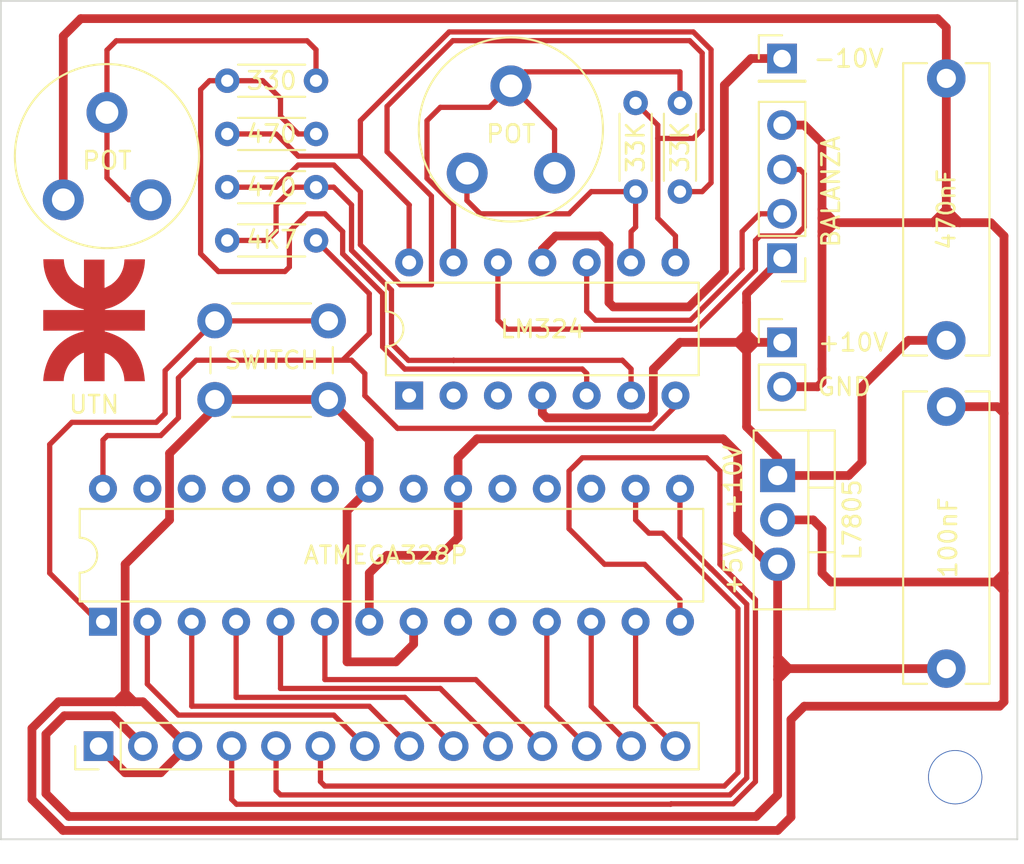
<source format=kicad_pcb>
(kicad_pcb (version 20211014) (generator pcbnew)
  (layers (0 "F.Cu" signal) (31 "B.Cu" signal) (34 "B.Paste" user) (35 "F.Paste" user) (36 "B.SilkS" user "B.Silkscreen") (37 "F.SilkS" user "F.Silkscreen") (38 "B.Mask" user) (39 "F.Mask" user) (44 "Edge.Cuts" user))
  (net 0 "")
  (net 1 "Earth")
  (net 2 "/Data+")
  (net 3 "/Data-")
  (net 4 "+10V")
  (net 5 "Net-(R1-Pad1)")
  (net 6 "Net-(R1-Pad2)")
  (net 7 "Net-(R3-Pad1)")
  (net 8 "Net-(R4-Pad1)")
  (net 9 "Net-(R5-Pad1)")
  (net 10 "/ADC")
  (net 11 "/RESET")
  (net 12 "/PD0")
  (net 13 "/PD1 ")
  (net 14 "/PD2 ")
  (net 15 "/PD3 ")
  (net 16 "/PD4 ")
  (net 17 "+5V")
  (net 20 "/PD5 ")
  (net 21 "/PD6 ")
  (net 22 "/PD7 ")
  (net 23 "/PB0 RS")
  (net 24 "/PB1 RW")
  (net 25 "/PB2 E")
  (net 35 "Net-(U1-Pad13)")
  (net 36 "/Vcc_-10V")
  (net 37 "Net-(R7-Pad1)")
  (footprint "Button_Switch_THT:SW_PUSH_6mm" (layer "F.Cu") (at 121.464 102.144)
    (fp_text reference "SWITCH")
    (fp_text value "SW_Push_Dual_x2")
  )
  (footprint "Resistor_THT:R_Axial_DIN0204_L3.6mm_D1.6mm_P5.08mm_Horizontal" (layer "F.Cu") (at 145.542 94.742 90)
    (fp_text reference "33K")
    (fp_text value "33K")
  )
  (footprint "Connector_PinHeader_2.54mm:PinHeader_1x04_P2.54mm_Vertical" (layer "F.Cu") (at 153.924 98.552 180)
    (fp_text reference "BALANZA")
    (fp_text value "Conn_01x04_Male" hide)
  )
  (footprint "Connector_PinHeader_2.54mm:PinHeader_1x02_P2.54mm_Vertical" (layer "F.Cu") (at 153.924 103.373)
    (fp_text reference "+10V")
    (fp_text value "Conn_01x02_Male")
  )
  (footprint "Graphics:PCB_Logo" (layer "F.Cu") (at 114.554 102.108 180)
    (fp_text reference "G***" hide)
    (fp_text value "LOGO" hide)
  )
  (footprint "Connector_PinHeader_2.54mm:PinHeader_1x01_P2.54mm_Vertical" (layer "F.Cu") (at 153.924 87.122)
    (fp_text reference "-10V")
    (fp_text value "Conn_01x01_Male")
  )
  (footprint "Resistor_THT:R_Axial_DIN0204_L3.6mm_D1.6mm_P5.08mm_Horizontal" (layer "F.Cu") (at 127.254 88.392 180)
    (fp_text reference "330")
    (fp_text value "4K7")
  )
  (footprint "Resistor_THT:R_Axial_DIN0204_L3.6mm_D1.6mm_P5.08mm_Horizontal" (layer "F.Cu") (at 148.082 94.742 90)
    (fp_text reference "33K")
    (fp_text value "33K")
  )
  (footprint "Potentiometer_THT:Potentiometer_Piher_PT-10-V05_Vertical" (layer "F.Cu") (at 117.791 95.21 90)
    (fp_text reference "POT")
    (fp_text value "R_Variable")
  )
  (footprint "Capacitor_THT:C_Rect_L16.5mm_W4.7mm_P15.00mm_MKT" (layer "F.Cu") (at 163.322 122.054 90)
    (fp_text reference "100nF")
    (fp_text value "100nF")
  )
  (footprint "Resistor_THT:R_Axial_DIN0204_L3.6mm_D1.6mm_P5.08mm_Horizontal" (layer "F.Cu") (at 127.254 97.536 180)
    (fp_text reference "4K7")
    (fp_text value "4K7")
  )
  (footprint "Capacitor_THT:C_Rect_L16.5mm_W4.7mm_P15.00mm_MKT" (layer "F.Cu") (at 163.322 103.258 90)
    (fp_text reference "470nF")
    (fp_text value "470nF")
  )
  (footprint "Potentiometer_THT:Potentiometer_Piher_PT-10-V05_Vertical" (layer "F.Cu") (at 140.905 93.686 90)
    (fp_text reference "POT")
    (fp_text value "R_Variable")
  )
  (footprint "" (layer "F.Cu") (at 163.83 128.27)
    (fp_text reference "")
    (fp_text value "")
  )
  (footprint "Package_TO_SOT_THT:TO-220-3_Vertical" (layer "F.Cu") (at 153.67 110.998 -90)
    (fp_text reference "L7805")
    (fp_text value "L7805")
  )
  (footprint "Package_DIP:DIP-14_W7.62mm" (layer "F.Cu") (at 132.583 106.416 90)
    (fp_text reference "LM324")
    (fp_text value "LM324")
  )
  (footprint "Resistor_THT:R_Axial_DIN0204_L3.6mm_D1.6mm_P5.08mm_Horizontal" (layer "F.Cu") (at 127.254 94.488 180)
    (fp_text reference "470")
    (fp_text value "470")
  )
  (footprint "Package_DIP:DIP-28_W7.62mm" (layer "F.Cu") (at 115.062 119.37 90)
    (fp_text reference "ATMEGA328P")
    (fp_text value "ATmega328P-P")
  )
  (footprint "Connector_PinHeader_2.54mm:PinHeader_1x14_P2.54mm_Vertical" (layer "F.Cu") (at 114.808 126.492 90)
    (fp_text reference "J1" hide)
    (fp_text value "Conn_01x14_Male")
  )
  (footprint "Resistor_THT:R_Axial_DIN0204_L3.6mm_D1.6mm_P5.08mm_Horizontal" (layer "F.Cu") (at 127.254 91.44 180)
    (fp_text reference "470")
    (fp_text value "470")
  )
  (gr_line (start 167.386 83.82) (end 109.22 83.82) (layer "Edge.Cuts") (width 0.1))
  (gr_line (start 167.386 131.826) (end 167.386 83.82) (layer "Edge.Cuts") (width 0.1))
  (gr_line (start 109.22 83.82) (end 109.22 131.826) (layer "Edge.Cuts") (width 0.1))
  (gr_line (start 109.22 131.826) (end 167.386 131.826) (layer "Edge.Cuts") (width 0.1))
  (gr_text "UTN\n" (at 114.554 106.934) (layer "F.SilkS") (effects (font (size 1 1))))
  (gr_text "+5V" (at 151.13 116.332 90) (layer "F.SilkS") (effects (font (size 1 1))))
  (gr_text "GND\n" (at 157.48 105.918) (layer "F.SilkS") (effects (font (size 1 1))))
  (gr_text "+10V" (at 151.13 111.252 90) (layer "F.SilkS") (effects (font (size 1 1))))
  (segment (start 118.364 128.016) (end 119.888 126.492) (width 0.5) (layer "F.Cu") (net 1))
  (segment (start 153.924 105.913) (end 155.189 105.913) (width 0.5) (layer "F.Cu") (net 1))
  (segment (start 156.718 117.094) (end 156.21 116.586) (width 0.5) (layer "F.Cu") (net 1))
  (segment (start 156.21 104.902) (end 156.21 97.282) (width 0.5) (layer "F.Cu") (net 1))
  (segment (start 110.998 125.476) (end 110.998 129.54) (width 0.5) (layer "F.Cu") (net 1))
  (segment (start 154.432 130.556) (end 154.432 124.968) (width 0.5) (layer "F.Cu") (net 1))
  (segment (start 132.842 119.37) (end 132.842 120.65) (width 0.5) (layer "F.Cu") (net 1))
  (segment (start 155.189 105.913) (end 155.951 105.913) (width 0.5) (layer "F.Cu") (net 1))
  (segment (start 116.332 123.444) (end 115.824 123.952) (width 0.5) (layer "F.Cu") (net 1))
  (segment (start 166.37 124.206) (end 166.624 123.952) (width 0.5) (layer "F.Cu") (net 1))
  (segment (start 166.116 117.094) (end 156.718 117.094) (width 0.5) (layer "F.Cu") (net 1))
  (segment (start 163.322 95.758) (end 162.56 96.52) (width 0.5) (layer "F.Cu") (net 1))
  (segment (start 166.624 116.586) (end 166.624 107.442) (width 0.5) (layer "F.Cu") (net 1))
  (segment (start 164.084 96.52) (end 163.576 96.52) (width 0.5) (layer "F.Cu") (net 1))
  (segment (start 116.332 128.016) (end 118.364 128.016) (width 0.5) (layer "F.Cu") (net 1))
  (segment (start 117.348 123.952) (end 116.84 123.952) (width 0.5) (layer "F.Cu") (net 1))
  (segment (start 155.956 105.918) (end 156.21 105.664) (width 0.5) (layer "F.Cu") (net 1))
  (segment (start 110.998 129.54) (end 112.776 131.318) (width 0.5) (layer "F.Cu") (net 1))
  (segment (start 112.776 131.318) (end 153.67 131.318) (width 0.5) (layer "F.Cu") (net 1))
  (segment (start 162.814 84.836) (end 163.322 85.344) (width 0.5) (layer "F.Cu") (net 1))
  (segment (start 166.624 97.282) (end 165.862 96.52) (width 0.5) (layer "F.Cu") (net 1))
  (segment (start 156.972 96.52) (end 156.464 96.52) (width 0.5) (layer "F.Cu") (net 1))
  (segment (start 156.21 91.948) (end 155.194 90.932) (width 0.5) (layer "F.Cu") (net 1))
  (segment (start 163.322 95.758) (end 163.322 96.266) (width 0.5) (layer "F.Cu") (net 1))
  (segment (start 156.21 97.282) (end 156.21 97.028) (width 0.5) (layer "F.Cu") (net 1))
  (segment (start 156.464 96.52) (end 156.21 96.266) (width 0.5) (layer "F.Cu") (net 1))
  (segment (start 116.332 123.444) (end 116.84 123.952) (width 0.5) (layer "F.Cu") (net 1))
  (segment (start 165.862 96.52) (end 164.084 96.52) (width 0.5) (layer "F.Cu") (net 1))
  (segment (start 153.67 131.318) (end 154.432 130.556) (width 0.5) (layer "F.Cu") (net 1))
  (segment (start 129.032 113.02) (end 130.302 111.75) (width 0.5) (layer "F.Cu") (net 1))
  (segment (start 155.951 105.913) (end 155.956 105.918) (width 0.5) (layer "F.Cu") (net 1))
  (segment (start 121.464 107.136) (end 121.464 106.644) (width 0.5) (layer "F.Cu") (net 1))
  (segment (start 113.792 84.836) (end 162.814 84.836) (width 0.5) (layer "F.Cu") (net 1))
  (segment (start 166.116 117.094) (end 166.624 116.586) (width 0.5) (layer "F.Cu") (net 1))
  (segment (start 156.21 114.046) (end 155.702 113.538) (width 0.5) (layer "F.Cu") (net 1))
  (segment (start 156.21 116.586) (end 156.21 114.046) (width 0.5) (layer "F.Cu") (net 1))
  (segment (start 116.332 123.444) (end 116.332 116.078) (width 0.5) (layer "F.Cu") (net 1))
  (segment (start 166.624 107.442) (end 166.624 97.282) (width 0.5) (layer "F.Cu") (net 1))
  (segment (start 130.302 108.982) (end 127.964 106.644) (width 0.5) (layer "F.Cu") (net 1))
  (segment (start 156.21 97.028) (end 156.21 96.266) (width 0.5) (layer "F.Cu") (net 1))
  (segment (start 130.302 111.75) (end 130.302 108.982) (width 0.5) (layer "F.Cu") (net 1))
  (segment (start 156.718 96.52) (end 156.972 96.52) (width 0.5) (layer "F.Cu") (net 1))
  (segment (start 116.332 123.952) (end 115.824 123.952) (width 0.5) (layer "F.Cu") (net 1))
  (segment (start 131.826 121.666) (end 129.032 121.666) (width 0.5) (layer "F.Cu") (net 1))
  (segment (start 116.84 123.952) (end 116.332 123.952) (width 0.5) (layer "F.Cu") (net 1))
  (segment (start 119.888 126.492) (end 117.348 123.952) (width 0.5) (layer "F.Cu") (net 1))
  (segment (start 112.522 123.952) (end 110.998 125.476) (width 0.5) (layer "F.Cu") (net 1))
  (segment (start 163.322 88.258) (end 163.322 95.758) (width 0.5) (layer "F.Cu") (net 1))
  (segment (start 163.322 85.344) (end 163.322 88.258) (width 0.5) (layer "F.Cu") (net 1))
  (segment (start 118.872 113.538) (end 118.872 109.728) (width 0.5) (layer "F.Cu") (net 1))
  (segment (start 156.21 95.758) (end 156.21 91.948) (width 0.5) (layer "F.Cu") (net 1))
  (segment (start 156.21 97.282) (end 156.972 96.52) (width 0.5) (layer "F.Cu") (net 1))
  (segment (start 129.032 121.666) (end 129.032 113.02) (width 0.5) (layer "F.Cu") (net 1))
  (segment (start 163.576 96.52) (end 162.56 96.52) (width 0.5) (layer "F.Cu") (net 1))
  (segment (start 156.21 95.758) (end 156.972 96.52) (width 0.5) (layer "F.Cu") (net 1))
  (segment (start 121.464 106.644) (end 127.964 106.644) (width 0.5) (layer "F.Cu") (net 1))
  (segment (start 112.791 95.21) (end 112.791 85.837) (width 0.5) (layer "F.Cu") (net 1))
  (segment (start 155.194 90.932) (end 153.924 90.932) (width 0.5) (layer "F.Cu") (net 1))
  (segment (start 162.56 96.52) (end 156.972 96.52) (width 0.5) (layer "F.Cu") (net 1))
  (segment (start 166.624 123.952) (end 166.624 117.602) (width 0.5) (layer "F.Cu") (net 1))
  (segment (start 163.322 96.266) (end 163.576 96.52) (width 0.5) (layer "F.Cu") (net 1))
  (segment (start 155.194 124.206) (end 166.37 124.206) (width 0.5) (layer "F.Cu") (net 1))
  (segment (start 166.624 107.442) (end 166.236 107.054) (width 0.5) (layer "F.Cu") (net 1))
  (segment (start 115.824 123.952) (end 112.522 123.952) (width 0.5) (layer "F.Cu") (net 1))
  (segment (start 118.872 109.728) (end 121.464 107.136) (width 0.5) (layer "F.Cu") (net 1))
  (segment (start 166.624 117.602) (end 166.624 116.586) (width 0.5) (layer "F.Cu") (net 1))
  (segment (start 154.432 124.968) (end 155.194 124.206) (width 0.5) (layer "F.Cu") (net 1))
  (segment (start 163.322 95.758) (end 164.084 96.52) (width 0.5) (layer "F.Cu") (net 1))
  (segment (start 156.21 97.028) (end 156.718 96.52) (width 0.5) (layer "F.Cu") (net 1))
  (segment (start 166.236 107.054) (end 163.322 107.054) (width 0.5) (layer "F.Cu") (net 1))
  (segment (start 156.21 105.664) (end 156.21 104.902) (width 0.5) (layer "F.Cu") (net 1))
  (segment (start 156.21 96.266) (end 156.21 95.758) (width 0.5) (layer "F.Cu") (net 1))
  (segment (start 116.332 123.952) (end 116.332 123.444) (width 0.5) (layer "F.Cu") (net 1))
  (segment (start 166.624 117.602) (end 166.116 117.094) (width 0.5) (layer "F.Cu") (net 1))
  (segment (start 112.791 85.837) (end 113.792 84.836) (width 0.5) (layer "F.Cu") (net 1))
  (segment (start 155.702 113.538) (end 153.67 113.538) (width 0.5) (layer "F.Cu") (net 1))
  (segment (start 132.842 120.65) (end 131.826 121.666) (width 0.5) (layer "F.Cu") (net 1))
  (segment (start 114.808 126.492) (end 116.332 128.016) (width 0.5) (layer "F.Cu") (net 1))
  (segment (start 116.332 116.078) (end 118.872 113.538) (width 0.5) (layer "F.Cu") (net 1))
  (segment (start 152.4 99.227472) (end 149.011472 102.616) (width 0.3) (layer "F.Cu") (net 2))
  (segment (start 153.924 93.472) (end 154.94 93.472) (width 0.3) (layer "F.Cu") (net 2))
  (segment (start 152.4 97.536) (end 152.4 99.227472) (width 0.3) (layer "F.Cu") (net 2))
  (segment (start 154.686 97.282) (end 152.654 97.282) (width 0.3) (layer "F.Cu") (net 2))
  (segment (start 155.194 93.726) (end 155.194 96.774) (width 0.3) (layer "F.Cu") (net 2))
  (segment (start 149.011472 102.616) (end 138.176 102.616) (width 0.3) (layer "F.Cu") (net 2))
  (segment (start 155.194 96.774) (end 154.686 97.282) (width 0.3) (layer "F.Cu") (net 2))
  (segment (start 138.176 102.616) (end 137.663 102.103) (width 0.3) (layer "F.Cu") (net 2))
  (segment (start 154.94 93.472) (end 155.194 93.726) (width 0.3) (layer "F.Cu") (net 2))
  (segment (start 137.663 102.103) (end 137.663 98.796) (width 0.3) (layer "F.Cu") (net 2))
  (segment (start 152.654 97.282) (end 152.4 97.536) (width 0.3) (layer "F.Cu") (net 2))
  (segment (start 148.676528 102.108) (end 143.256 102.108) (width 0.3) (layer "F.Cu") (net 3))
  (segment (start 152.654 96.012) (end 151.638 97.028) (width 0.3) (layer "F.Cu") (net 3))
  (segment (start 151.638 99.146528) (end 148.676528 102.108) (width 0.3) (layer "F.Cu") (net 3))
  (segment (start 143.256 102.108) (end 142.743 101.595) (width 0.3) (layer "F.Cu") (net 3))
  (segment (start 153.924 96.012) (end 152.654 96.012) (width 0.3) (layer "F.Cu") (net 3))
  (segment (start 142.743 101.595) (end 142.743 98.796) (width 0.3) (layer "F.Cu") (net 3))
  (segment (start 151.638 97.028) (end 151.638 99.146528) (width 0.3) (layer "F.Cu") (net 3))
  (segment (start 151.379 103.373) (end 151.389 103.373) (width 0.5) (layer "F.Cu") (net 4))
  (segment (start 152.405 103.373) (end 153.924 103.373) (width 0.5) (layer "F.Cu") (net 4))
  (segment (start 157.734 110.998) (end 153.67 110.998) (width 0.5) (layer "F.Cu") (net 4))
  (segment (start 146.304 107.696) (end 140.462 107.696) (width 0.5) (layer "F.Cu") (net 4))
  (segment (start 148.087 103.373) (end 146.558 104.902) (width 0.5) (layer "F.Cu") (net 4))
  (segment (start 151.892 103.886) (end 152.405 103.373) (width 0.5) (layer "F.Cu") (net 4))
  (segment (start 151.897 102.865) (end 151.897 101.097) (width 0.5) (layer "F.Cu") (net 4))
  (segment (start 163.322 103.258) (end 161.156 103.258) (width 0.5) (layer "F.Cu") (net 4))
  (segment (start 161.156 103.258) (end 158.496 105.918) (width 0.5) (layer "F.Cu") (net 4))
  (segment (start 152.405 103.373) (end 151.897 103.373) (width 0.5) (layer "F.Cu") (net 4))
  (segment (start 140.203 107.437) (end 140.203 106.416) (width 0.5) (layer "F.Cu") (net 4))
  (segment (start 151.389 103.373) (end 151.897 102.865) (width 0.5) (layer "F.Cu") (net 4))
  (segment (start 151.892 100.584) (end 153.924 98.552) (width 0.5) (layer "F.Cu") (net 4))
  (segment (start 153.67 110.998) (end 153.67 109.982) (width 0.5) (layer "F.Cu") (net 4))
  (segment (start 151.892 103.886) (end 151.379 103.373) (width 0.5) (layer "F.Cu") (net 4))
  (segment (start 152.405 103.373) (end 151.897 102.865) (width 0.5) (layer "F.Cu") (net 4))
  (segment (start 151.892 108.204) (end 151.892 103.886) (width 0.5) (layer "F.Cu") (net 4))
  (segment (start 151.897 103.373) (end 151.897 102.865) (width 0.5) (layer "F.Cu") (net 4))
  (segment (start 153.67 110.998) (end 153.67 110.924) (width 0.25) (layer "F.Cu") (net 4))
  (segment (start 151.897 103.373) (end 151.379 103.373) (width 0.5) (layer "F.Cu") (net 4))
  (segment (start 158.496 110.236) (end 157.734 110.998) (width 0.5) (layer "F.Cu") (net 4))
  (segment (start 146.558 104.902) (end 146.558 107.442) (width 0.5) (layer "F.Cu") (net 4))
  (segment (start 140.462 107.696) (end 140.203 107.437) (width 0.5) (layer "F.Cu") (net 4))
  (segment (start 151.897 101.097) (end 151.892 101.092) (width 0.5) (layer "F.Cu") (net 4))
  (segment (start 153.67 109.982) (end 151.892 108.204) (width 0.5) (layer "F.Cu") (net 4))
  (segment (start 158.496 105.918) (end 158.496 110.236) (width 0.5) (layer "F.Cu") (net 4))
  (segment (start 151.379 103.373) (end 148.087 103.373) (width 0.5) (layer "F.Cu") (net 4))
  (segment (start 146.558 107.442) (end 146.304 107.696) (width 0.5) (layer "F.Cu") (net 4))
  (segment (start 151.892 101.092) (end 151.892 100.584) (width 0.5) (layer "F.Cu") (net 4))
  (segment (start 145.542 96.774) (end 145.542 94.742) (width 0.3) (layer "F.Cu") (net 5))
  (segment (start 145.542 98.537) (end 145.283 98.796) (width 0.3) (layer "F.Cu") (net 5))
  (segment (start 135.89 95.25) (end 136.652 96.012) (width 0.3) (layer "F.Cu") (net 5))
  (segment (start 143.002 94.742) (end 145.542 94.742) (width 0.3) (layer "F.Cu") (net 5))
  (segment (start 145.283 98.796) (end 145.283 97.033) (width 0.3) (layer "F.Cu") (net 5))
  (segment (start 145.283 97.033) (end 145.542 96.774) (width 0.3) (layer "F.Cu") (net 5))
  (segment (start 135.89 93.701) (end 135.89 95.25) (width 0.3) (layer "F.Cu") (net 5))
  (segment (start 145.537 94.747) (end 145.542 94.742) (width 0.25) (layer "F.Cu") (net 5))
  (segment (start 136.652 96.012) (end 141.732 96.012) (width 0.3) (layer "F.Cu") (net 5))
  (segment (start 135.905 93.686) (end 135.89 93.701) (width 0.3) (layer "F.Cu") (net 5))
  (segment (start 141.732 96.012) (end 143.002 94.742) (width 0.3) (layer "F.Cu") (net 5))
  (segment (start 146.812 90.932) (end 145.542 89.662) (width 0.3) (layer "F.Cu") (net 6))
  (segment (start 132.08 100.076) (end 133.858 100.076) (width 0.3) (layer "F.Cu") (net 6))
  (segment (start 146.812 96.266) (end 146.812 91.694) (width 0.3) (layer "F.Cu") (net 6))
  (segment (start 133.858 94.996) (end 131.318 92.456) (width 0.3) (layer "F.Cu") (net 6))
  (segment (start 131.318 92.456) (end 131.318 89.861106) (width 0.3) (layer "F.Cu") (net 6))
  (segment (start 148.844 91.694) (end 146.812 91.694) (width 0.3) (layer "F.Cu") (net 6))
  (segment (start 148.636894 86.098) (end 149.352 86.813106) (width 0.3) (layer "F.Cu") (net 6))
  (segment (start 126.238 93.218) (end 128.27 93.218) (width 0.3) (layer "F.Cu") (net 6))
  (segment (start 135.081106 86.098) (end 148.636894 86.098) (width 0.3) (layer "F.Cu") (net 6))
  (segment (start 133.858 100.076) (end 133.858 94.996) (width 0.3) (layer "F.Cu") (net 6))
  (segment (start 128.27 93.218) (end 129.794 94.742) (width 0.3) (layer "F.Cu") (net 6))
  (segment (start 149.352 86.813106) (end 149.352 91.186) (width 0.3) (layer "F.Cu") (net 6))
  (segment (start 146.812 91.694) (end 146.812 90.932) (width 0.3) (layer "F.Cu") (net 6))
  (segment (start 129.794 94.742) (end 129.794 97.79) (width 0.3) (layer "F.Cu") (net 6))
  (segment (start 124.968 94.488) (end 126.238 93.218) (width 0.3) (layer "F.Cu") (net 6))
  (segment (start 129.794 97.79) (end 132.08 100.076) (width 0.3) (layer "F.Cu") (net 6))
  (segment (start 131.318 89.861106) (end 135.081106 86.098) (width 0.3) (layer "F.Cu") (net 6))
  (segment (start 147.823 98.796) (end 147.823 97.277) (width 0.3) (layer "F.Cu") (net 6))
  (segment (start 149.352 91.186) (end 148.844 91.694) (width 0.3) (layer "F.Cu") (net 6))
  (segment (start 122.174 94.488) (end 124.968 94.488) (width 0.3) (layer "F.Cu") (net 6))
  (segment (start 147.823 97.277) (end 146.812 96.266) (width 0.3) (layer "F.Cu") (net 6))
  (segment (start 132.583 95.509) (end 132.583 98.796) (width 0.3) (layer "F.Cu") (net 7))
  (segment (start 126.238 92.71) (end 129.794 92.71) (width 0.3) (layer "F.Cu") (net 7))
  (segment (start 148.082 94.742) (end 149.352 94.742) (width 0.3) (layer "F.Cu") (net 7))
  (segment (start 129.794 90.678) (end 129.794 92.71) (width 0.3) (layer "F.Cu") (net 7))
  (segment (start 149.86 94.234) (end 149.86 86.614) (width 0.3) (layer "F.Cu") (net 7))
  (segment (start 148.844 85.598) (end 134.874 85.598) (width 0.3) (layer "F.Cu") (net 7))
  (segment (start 132.586746 98.792254) (end 132.583 98.796) (width 0.3) (layer "F.Cu") (net 7))
  (segment (start 122.174 91.44) (end 124.968 91.44) (width 0.3) (layer "F.Cu") (net 7))
  (segment (start 149.352 94.742) (end 149.86 94.234) (width 0.3) (layer "F.Cu") (net 7))
  (segment (start 129.794 92.71) (end 132.588 95.504) (width 0.3) (layer "F.Cu") (net 7))
  (segment (start 124.968 91.44) (end 126.238 92.71) (width 0.3) (layer "F.Cu") (net 7))
  (segment (start 134.874 85.598) (end 129.794 90.678) (width 0.3) (layer "F.Cu") (net 7))
  (segment (start 149.86 86.614) (end 148.844 85.598) (width 0.3) (layer "F.Cu") (net 7))
  (segment (start 132.588 95.504) (end 132.583 95.509) (width 0.3) (layer "F.Cu") (net 7))
  (segment (start 135.12 104.402) (end 132.541106 104.402) (width 0.3) (layer "F.Cu") (net 8))
  (segment (start 125.984 94.488) (end 127.254 94.488) (width 0.3) (layer "F.Cu") (net 8))
  (segment (start 124.46 97.536) (end 124.968 97.028) (width 0.3) (layer "F.Cu") (net 8))
  (segment (start 128.27 94.488) (end 127.254 94.488) (width 0.3) (layer "F.Cu") (net 8))
  (segment (start 131.572 100.384894) (end 129.286 98.098894) (width 0.3) (layer "F.Cu") (net 8))
  (segment (start 129.286 95.504) (end 128.27 94.488) (width 0.3) (layer "F.Cu") (net 8))
  (segment (start 144.772 104.402) (end 135.136 104.402) (width 0.3) (layer "F.Cu") (net 8))
  (segment (start 124.968 97.028) (end 124.968 95.504) (width 0.3) (layer "F.Cu") (net 8))
  (segment (start 135.136 104.402) (end 135.128 104.394) (width 0.3) (layer "F.Cu") (net 8))
  (segment (start 124.968 95.504) (end 125.984 94.488) (width 0.3) (layer "F.Cu") (net 8))
  (segment (start 132.541106 104.402) (end 131.572 103.432894) (width 0.3) (layer "F.Cu") (net 8))
  (segment (start 122.174 97.536) (end 124.46 97.536) (width 0.3) (layer "F.Cu") (net 8))
  (segment (start 145.283 104.897) (end 144.78 104.394) (width 0.3) (layer "F.Cu") (net 8))
  (segment (start 135.128 104.394) (end 135.12 104.402) (width 0.3) (layer "F.Cu") (net 8))
  (segment (start 131.572 103.432894) (end 131.572 100.384894) (width 0.3) (layer "F.Cu") (net 8))
  (segment (start 129.286 98.098894) (end 129.286 95.504) (width 0.3) (layer "F.Cu") (net 8))
  (segment (start 144.78 104.394) (end 144.772 104.402) (width 0.3) (layer "F.Cu") (net 8))
  (segment (start 145.283 106.416) (end 145.283 104.897) (width 0.3) (layer "F.Cu") (net 8))
  (segment (start 126.238 91.44) (end 127.254 91.44) (width 0.3) (layer "F.Cu") (net 9))
  (segment (start 125.222 90.424) (end 126.238 91.44) (width 0.3) (layer "F.Cu") (net 9))
  (segment (start 142.743 106.416) (end 142.743 105.151) (width 0.3) (layer "F.Cu") (net 9))
  (segment (start 121.158 88.392) (end 122.174 88.392) (width 0.3) (layer "F.Cu") (net 9))
  (segment (start 131.064 100.584) (end 128.778 98.298) (width 0.3) (layer "F.Cu") (net 9))
  (segment (start 128.778 97.028) (end 127.762 96.012) (width 0.3) (layer "F.Cu") (net 9))
  (segment (start 120.65 98.298) (end 120.65 88.9) (width 0.3) (layer "F.Cu") (net 9))
  (segment (start 127.762 96.012) (end 126.746 96.012) (width 0.3) (layer "F.Cu") (net 9))
  (segment (start 132.334 104.902) (end 131.064 103.632) (width 0.3) (layer "F.Cu") (net 9))
  (segment (start 120.65 88.9) (end 121.158 88.392) (width 0.3) (layer "F.Cu") (net 9))
  (segment (start 126.746 96.012) (end 125.73 97.028) (width 0.3) (layer "F.Cu") (net 9))
  (segment (start 125.222 89.408) (end 125.222 90.424) (width 0.3) (layer "F.Cu") (net 9))
  (segment (start 142.743 105.151) (end 142.494 104.902) (width 0.3) (layer "F.Cu") (net 9))
  (segment (start 125.476 99.314) (end 121.666 99.314) (width 0.3) (layer "F.Cu") (net 9))
  (segment (start 125.73 97.028) (end 125.73 99.06) (width 0.3) (layer "F.Cu") (net 9))
  (segment (start 124.206 88.392) (end 125.222 89.408) (width 0.3) (layer "F.Cu") (net 9))
  (segment (start 128.778 98.298) (end 128.778 97.028) (width 0.3) (layer "F.Cu") (net 9))
  (segment (start 125.73 99.06) (end 125.476 99.314) (width 0.3) (layer "F.Cu") (net 9))
  (segment (start 121.666 99.314) (end 120.65 98.298) (width 0.3) (layer "F.Cu") (net 9))
  (segment (start 131.064 103.632) (end 131.064 100.584) (width 0.3) (layer "F.Cu") (net 9))
  (segment (start 122.174 88.392) (end 124.206 88.392) (width 0.3) (layer "F.Cu") (net 9))
  (segment (start 142.494 104.902) (end 132.334 104.902) (width 0.3) (layer "F.Cu") (net 9))
  (segment (start 118.364 108.712) (end 115.316 108.712) (width 0.3) (layer "F.Cu") (net 10))
  (segment (start 130.302 102.87) (end 128.778 104.394) (width 0.3) (layer "F.Cu") (net 10))
  (segment (start 115.316 108.712) (end 115.062 108.966) (width 0.3) (layer "F.Cu") (net 10))
  (segment (start 146.552528 108.296) (end 131.918 108.296) (width 0.3) (layer "F.Cu") (net 10))
  (segment (start 120.396 104.394) (end 119.38 105.41) (width 0.3) (layer "F.Cu") (net 10))
  (segment (start 147.823 107.025528) (end 146.552528 108.296) (width 0.3) (layer "F.Cu") (net 10))
  (segment (start 115.062 108.966) (end 115.062 111.75) (width 0.3) (layer "F.Cu") (net 10))
  (segment (start 130.302 102.87) (end 130.302 100.584) (width 0.3) (layer "F.Cu") (net 10))
  (segment (start 129.286 104.394) (end 128.778 104.394) (width 0.3) (layer "F.Cu") (net 10))
  (segment (start 130.302 100.584) (end 127.254 97.536) (width 0.3) (layer "F.Cu") (net 10))
  (segment (start 119.38 105.41) (end 119.38 107.696) (width 0.3) (layer "F.Cu") (net 10))
  (segment (start 131.918 108.296) (end 130.048 106.426) (width 0.3) (layer "F.Cu") (net 10))
  (segment (start 128.778 104.394) (end 120.396 104.394) (width 0.3) (layer "F.Cu") (net 10))
  (segment (start 130.048 105.156) (end 129.286 104.394) (width 0.3) (layer "F.Cu") (net 10))
  (segment (start 119.38 107.696) (end 118.364 108.712) (width 0.3) (layer "F.Cu") (net 10))
  (segment (start 147.823 106.416) (end 147.823 107.025528) (width 0.3) (layer "F.Cu") (net 10))
  (segment (start 130.048 106.426) (end 130.048 105.156) (width 0.3) (layer "F.Cu") (net 10))
  (segment (start 114.798 119.37) (end 115.062 119.37) (width 0.3) (layer "F.Cu") (net 11))
  (segment (start 118.618 107.442) (end 118.11 107.95) (width 0.3) (layer "F.Cu") (net 11))
  (segment (start 112.014 109.22) (end 112.014 116.586) (width 0.3) (layer "F.Cu") (net 11))
  (segment (start 121.464 102.144) (end 118.618 104.99) (width 0.3) (layer "F.Cu") (net 11))
  (segment (start 118.11 107.95) (end 113.284 107.95) (width 0.3) (layer "F.Cu") (net 11))
  (segment (start 118.618 104.99) (end 118.618 107.442) (width 0.3) (layer "F.Cu") (net 11))
  (segment (start 113.284 107.95) (end 112.014 109.22) (width 0.3) (layer "F.Cu") (net 11))
  (segment (start 127.964 102.144) (end 121.464 102.144) (width 0.3) (layer "F.Cu") (net 11))
  (segment (start 112.014 116.586) (end 114.798 119.37) (width 0.3) (layer "F.Cu") (net 11))
  (segment (start 119.38 124.714) (end 117.602 122.936) (width 0.3) (layer "F.Cu") (net 12))
  (segment (start 128.27 124.714) (end 119.38 124.714) (width 0.3) (layer "F.Cu") (net 12))
  (segment (start 130.048 126.492) (end 128.27 124.714) (width 0.3) (layer "F.Cu") (net 12))
  (segment (start 117.602 122.936) (end 117.602 119.37) (width 0.3) (layer "F.Cu") (net 12))
  (segment (start 130.302 124.206) (end 120.142 124.206) (width 0.3) (layer "F.Cu") (net 13))
  (segment (start 132.588 126.492) (end 130.302 124.206) (width 0.3) (layer "F.Cu") (net 13))
  (segment (start 120.142 124.206) (end 120.142 119.37) (width 0.3) (layer "F.Cu") (net 13))
  (segment (start 122.682 123.698) (end 122.682 119.37) (width 0.3) (layer "F.Cu") (net 14))
  (segment (start 132.334 123.698) (end 122.682 123.698) (width 0.3) (layer "F.Cu") (net 14))
  (segment (start 135.128 126.492) (end 132.334 123.698) (width 0.3) (layer "F.Cu") (net 14))
  (segment (start 134.366 123.19) (end 125.222 123.19) (width 0.3) (layer "F.Cu") (net 15))
  (segment (start 125.222 123.19) (end 125.222 119.37) (width 0.3) (layer "F.Cu") (net 15))
  (segment (start 137.668 126.492) (end 134.366 123.19) (width 0.3) (layer "F.Cu") (net 15))
  (segment (start 127.762 122.682) (end 127.762 119.37) (width 0.3) (layer "F.Cu") (net 16))
  (segment (start 136.398 122.682) (end 127.762 122.682) (width 0.3) (layer "F.Cu") (net 16))
  (segment (start 140.208 126.492) (end 136.398 122.682) (width 0.3) (layer "F.Cu") (net 16))
  (segment (start 112.85337 124.752) (end 111.798 125.80737) (width 0.5) (layer "F.Cu") (net 17))
  (segment (start 153.67 129.286) (end 153.67 122.682) (width 0.5) (layer "F.Cu") (net 17))
  (segment (start 163.322 122.054) (end 154.312 122.054) (width 0.5) (layer "F.Cu") (net 17))
  (segment (start 153.67 121.412) (end 153.67 116.078) (width 0.5) (layer "F.Cu") (net 17))
  (segment (start 136.468 108.896) (end 135.382 109.982) (width 0.5) (layer "F.Cu") (net 17))
  (segment (start 135.382 109.982) (end 135.382 111.75) (width 0.5) (layer "F.Cu") (net 17))
  (segment (start 130.302 119.37) (end 130.302 116.586) (width 0.5) (layer "F.Cu") (net 17))
  (segment (start 113.10737 130.518) (end 152.438 130.518) (width 0.5) (layer "F.Cu") (net 17))
  (segment (start 152.438 130.518) (end 153.67 129.286) (width 0.5) (layer "F.Cu") (net 17))
  (segment (start 117.348 126.492) (end 115.608 124.752) (width 0.5) (layer "F.Cu") (net 17))
  (segment (start 115.608 124.752) (end 112.85337 124.752) (width 0.5) (layer "F.Cu") (net 17))
  (segment (start 151.384 114.3) (end 151.384 109.728) (width 0.5) (layer "F.Cu") (net 17))
  (segment (start 135.382 114.554) (end 135.382 111.75) (width 0.5) (layer "F.Cu") (net 17))
  (segment (start 154.298 122.04) (end 154.298 122.054) (width 0.5) (layer "F.Cu") (net 17))
  (segment (start 150.552 108.896) (end 136.468 108.896) (width 0.5) (layer "F.Cu") (net 17))
  (segment (start 153.162 116.078) (end 151.384 114.3) (width 0.5) (layer "F.Cu") (net 17))
  (segment (start 130.302 116.586) (end 131.318 115.57) (width 0.5) (layer "F.Cu") (net 17))
  (segment (start 154.312 122.054) (end 153.804 122.054) (width 0.5) (layer "F.Cu") (net 17))
  (segment (start 154.298 122.054) (end 154.312 122.054) (width 0.5) (layer "F.Cu") (net 17))
  (segment (start 111.798 129.20863) (end 113.10737 130.518) (width 0.5) (layer "F.Cu") (net 17))
  (segment (start 153.67 122.682) (end 153.67 121.92) (width 0.5) (layer "F.Cu") (net 17))
  (segment (start 153.67 116.078) (end 153.162 116.078) (width 0.5) (layer "F.Cu") (net 17))
  (segment (start 153.804 122.054) (end 153.67 121.92) (width 0.5) (layer "F.Cu") (net 17))
  (segment (start 153.67 121.412) (end 154.298 122.04) (width 0.5) (layer "F.Cu") (net 17))
  (segment (start 153.67 122.682) (end 154.298 122.054) (width 0.5) (layer "F.Cu") (net 17))
  (segment (start 131.318 115.57) (end 134.366 115.57) (width 0.5) (layer "F.Cu") (net 17))
  (segment (start 153.67 121.92) (end 153.67 121.412) (width 0.5) (layer "F.Cu") (net 17))
  (segment (start 111.798 125.80737) (end 111.798 129.20863) (width 0.5) (layer "F.Cu") (net 17))
  (segment (start 134.366 115.57) (end 135.382 114.554) (width 0.5) (layer "F.Cu") (net 17))
  (segment (start 151.384 109.728) (end 150.552 108.896) (width 0.5) (layer "F.Cu") (net 17))
  (segment (start 142.748 126.492) (end 140.462 124.206) (width 0.3) (layer "F.Cu") (net 20))
  (segment (start 140.462 124.206) (end 140.462 119.37) (width 0.3) (layer "F.Cu") (net 20))
  (segment (start 145.288 126.492) (end 143.002 124.206) (width 0.3) (layer "F.Cu") (net 21))
  (segment (start 143.002 124.206) (end 143.002 119.37) (width 0.3) (layer "F.Cu") (net 21))
  (segment (start 145.542 124.206) (end 145.542 119.37) (width 0.3) (layer "F.Cu") (net 22))
  (segment (start 147.828 126.492) (end 145.542 124.206) (width 0.3) (layer "F.Cu") (net 22))
  (segment (start 151.13 129.794) (end 152.4 128.524) (width 0.3) (layer "F.Cu") (net 23))
  (segment (start 143.764 116.078) (end 146.05 116.078) (width 0.3) (layer "F.Cu") (net 23))
  (segment (start 148.082 118.11) (end 148.082 119.37) (width 0.3) (layer "F.Cu") (net 23))
  (segment (start 146.05 116.078) (end 148.082 118.11) (width 0.3) (layer "F.Cu") (net 23))
  (segment (start 142.494 109.982) (end 141.732 110.744) (width 0.3) (layer "F.Cu") (net 23))
  (segment (start 141.732 110.744) (end 141.732 114.046) (width 0.3) (layer "F.Cu") (net 23))
  (segment (start 149.606 109.982) (end 142.494 109.982) (width 0.3) (layer "F.Cu") (net 23))
  (segment (start 141.732 114.046) (end 143.764 116.078) (width 0.3) (layer "F.Cu") (net 23))
  (segment (start 147.55 129.818) (end 147.574 129.794) (width 0.3) (layer "F.Cu") (net 23))
  (segment (start 122.428 126.492) (end 122.428 129.54) (width 0.3) (layer "F.Cu") (net 23))
  (segment (start 122.428 129.54) (end 122.706 129.818) (width 0.3) (layer "F.Cu") (net 23))
  (segment (start 152.4 128.524) (end 152.4 118.11) (width 0.3) (layer "F.Cu") (net 23))
  (segment (start 150.368 116.078) (end 150.368 110.744) (width 0.3) (layer "F.Cu") (net 23))
  (segment (start 150.368 110.744) (end 149.606 109.982) (width 0.3) (layer "F.Cu") (net 23))
  (segment (start 147.574 129.794) (end 151.13 129.794) (width 0.3) (layer "F.Cu") (net 23))
  (segment (start 122.706 129.818) (end 147.55 129.818) (width 0.3) (layer "F.Cu") (net 23))
  (segment (start 152.4 118.11) (end 150.368 116.078) (width 0.3) (layer "F.Cu") (net 23))
  (segment (start 149.868 116.332) (end 149.86 116.332) (width 0.3) (layer "F.Cu") (net 24))
  (segment (start 151.9 128.316894) (end 151.9 118.364) (width 0.3) (layer "F.Cu") (net 24))
  (segment (start 148.082 114.554) (end 148.082 111.75) (width 0.3) (layer "F.Cu") (net 24))
  (segment (start 151.9 118.364) (end 149.868 116.332) (width 0.3) (layer "F.Cu") (net 24))
  (segment (start 124.968 126.492) (end 124.968 129.032) (width 0.3) (layer "F.Cu") (net 24))
  (segment (start 124.968 129.032) (end 125.222 129.286) (width 0.3) (layer "F.Cu") (net 24))
  (segment (start 149.86 116.332) (end 148.082 114.554) (width 0.3) (layer "F.Cu") (net 24))
  (segment (start 125.222 129.286) (end 150.930894 129.286) (width 0.3) (layer "F.Cu") (net 24))
  (segment (start 150.930894 129.286) (end 151.9 128.316894) (width 0.3) (layer "F.Cu") (net 24))
  (segment (start 146.304 114.3) (end 145.542 113.538) (width 0.3) (layer "F.Cu") (net 25))
  (segment (start 151.4 118.618) (end 147.082 114.3) (width 0.3) (layer "F.Cu") (net 25))
  (segment (start 147.082 114.3) (end 146.304 114.3) (width 0.3) (layer "F.Cu") (net 25))
  (segment (start 127.762 128.778) (end 150.622 128.778) (width 0.3) (layer "F.Cu") (net 25))
  (segment (start 145.542 113.538) (end 145.542 111.75) (width 0.3) (layer "F.Cu") (net 25))
  (segment (start 151.4 128) (end 151.4 118.618) (width 0.3) (layer "F.Cu") (net 25))
  (segment (start 150.622 128.778) (end 151.4 128) (width 0.3) (layer "F.Cu") (net 25))
  (segment (start 127.508 128.524) (end 127.762 128.778) (width 0.3) (layer "F.Cu") (net 25))
  (segment (start 127.508 126.492) (end 127.508 128.524) (width 0.3) (layer "F.Cu") (net 25))
  (segment (start 139.207 87.884) (end 138.405 88.686) (width 0.3) (layer "F.Cu") (net 35))
  (segment (start 140.905 93.686) (end 140.905 91.186) (width 0.3) (layer "F.Cu") (net 35))
  (segment (start 135.123 95.499) (end 135.123 98.796) (width 0.3) (layer "F.Cu") (net 35))
  (segment (start 148.082 89.662) (end 148.082 87.884) (width 0.3) (layer "F.Cu") (net 35))
  (segment (start 140.905 91.186) (end 138.405 88.686) (width 0.3) (layer "F.Cu") (net 35))
  (segment (start 148.082 87.884) (end 139.207 87.884) (width 0.3) (layer "F.Cu") (net 35))
  (segment (start 133.604 90.678) (end 133.604 93.98) (width 0.3) (layer "F.Cu") (net 35))
  (segment (start 138.405 88.686) (end 137.175 89.916) (width 0.3) (layer "F.Cu") (net 35))
  (segment (start 133.604 93.98) (end 135.123 95.499) (width 0.3) (layer "F.Cu") (net 35))
  (segment (start 134.366 89.916) (end 133.604 90.678) (width 0.3) (layer "F.Cu") (net 35))
  (segment (start 137.175 89.916) (end 134.366 89.916) (width 0.3) (layer "F.Cu") (net 35))
  (segment (start 152.146 87.122) (end 153.924 87.122) (width 0.5) (layer "F.Cu") (net 36))
  (segment (start 143.51 97.282) (end 144.018 97.79) (width 0.5) (layer "F.Cu") (net 36))
  (segment (start 144.018 101.092) (end 144.272 101.346) (width 0.5) (layer "F.Cu") (net 36))
  (segment (start 140.97 97.282) (end 143.51 97.282) (width 0.5) (layer "F.Cu") (net 36))
  (segment (start 148.59 101.346) (end 150.622 99.314) (width 0.5) (layer "F.Cu") (net 36))
  (segment (start 144.018 97.79) (end 144.018 101.092) (width 0.5) (layer "F.Cu") (net 36))
  (segment (start 150.622 88.646) (end 152.146 87.122) (width 0.5) (layer "F.Cu") (net 36))
  (segment (start 150.622 99.314) (end 150.622 88.646) (width 0.5) (layer "F.Cu") (net 36))
  (segment (start 140.203 98.796) (end 140.203 98.049) (width 0.5) (layer "F.Cu") (net 36))
  (segment (start 144.272 101.346) (end 148.59 101.346) (width 0.5) (layer "F.Cu") (net 36))
  (segment (start 140.203 98.049) (end 140.97 97.282) (width 0.5) (layer "F.Cu") (net 36))
  (segment (start 115.291 90.21) (end 115.291 86.639) (width 0.3) (layer "F.Cu") (net 37))
  (segment (start 115.824 86.106) (end 126.746 86.106) (width 0.3) (layer "F.Cu") (net 37))
  (segment (start 116.546 95.21) (end 115.291 93.955) (width 0.3) (layer "F.Cu") (net 37))
  (segment (start 117.791 95.21) (end 116.546 95.21) (width 0.3) (layer "F.Cu") (net 37))
  (segment (start 115.291 93.955) (end 115.291 90.21) (width 0.3) (layer "F.Cu") (net 37))
  (segment (start 115.291 86.639) (end 115.824 86.106) (width 0.3) (layer "F.Cu") (net 37))
  (segment (start 127.254 86.614) (end 127.254 88.392) (width 0.3) (layer "F.Cu") (net 37))
  (segment (start 126.746 86.106) (end 127.254 86.614) (width 0.3) (layer "F.Cu") (net 37))
)
</source>
